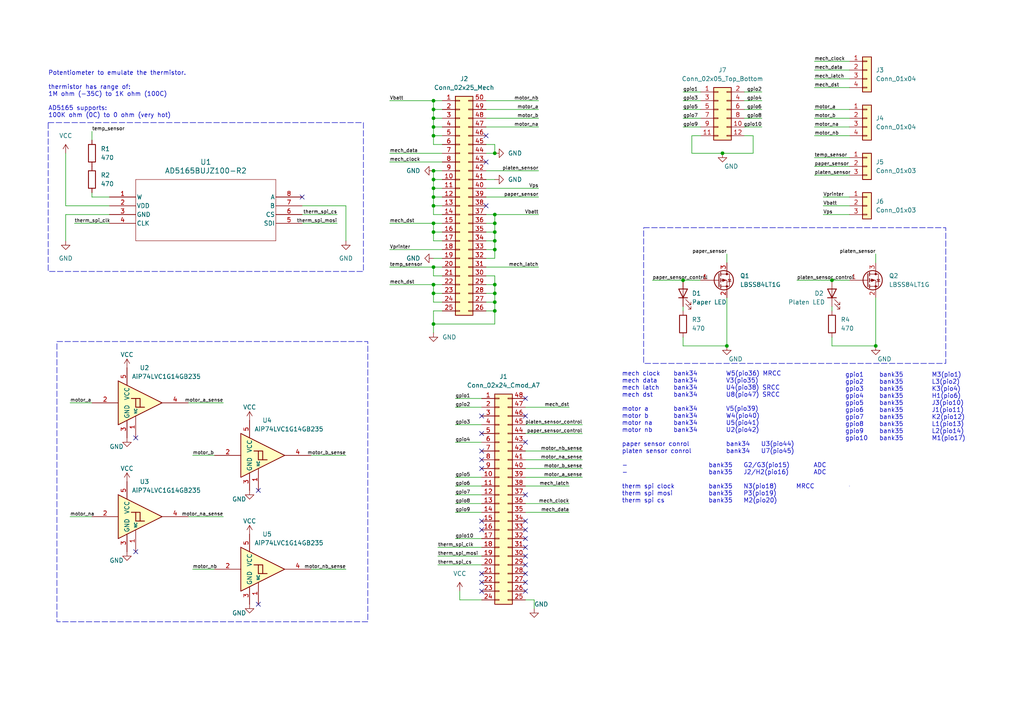
<source format=kicad_sch>
(kicad_sch (version 20230121) (generator eeschema)
  (paper "A4")
  (lib_symbols
    (symbol "74xGxx:74LVC1G17"
      (property "Reference" "U" (at 2.54 7.62 0))
      (property "Value" "74LVC1G17" (at 5.08 -7.62 0))
      (symbol "74LVC1G17_0_1"
        (polyline (pts (xy -2.54 1.27) (xy -1.27 1.27) (xy -1.27 -1.27)) (stroke (width 0.254)) (fill (type background)))
        (polyline (pts (xy -7.62 6.35) (xy -7.62 -6.35) (xy 5.08 0) (xy -7.62 6.35)) (stroke (width 0.254)) (fill (type background)))
        (polyline (pts (xy -3.81 1.27) (xy -2.54 1.27) (xy -2.54 -1.27) (xy 0 -1.27)) (stroke (width 0.254)) (fill (type background)))
      )
      (symbol "74LVC1G17_1_1"
        (pin free line (at -2.54 -10.16 90) (length 6.35) (name "NC") (number "1"))
        (pin input line (at -15.24 0 0) (length 7.62) (name "~") (number "2"))
        (pin power_in line (at -5.08 -10.16 90) (length 5.08) (name "GND") (number "3"))
        (pin output line (at 12.7 0 180) (length 7.62) (name "~") (number "4"))
        (pin power_in line (at -5.08 10.16 270) (length 5.08) (name "VCC") (number "5"))
      )
    )
    (symbol "Connector_Generic:Conn_01x03" (pin_names (offset 1.016) hide)
      (property "Reference" "J" (at 0 5.08 0))
      (property "Value" "Conn_01x03" (at 0 -5.08 0))
      (symbol "Conn_01x03_1_1"
        (rectangle (start -1.27 -2.413) (end 0 -2.667) (stroke (width 0.1524)))
        (rectangle (start -1.27 0.127) (end 0 -0.127) (stroke (width 0.1524)))
        (rectangle (start -1.27 2.667) (end 0 2.413) (stroke (width 0.1524)))
        (rectangle (start -1.27 3.81) (end 1.27 -3.81) (stroke (width 0.254)) (fill (type background)))
        (pin passive line (at -5.08 2.54 0) (length 3.81) (name "Pin_1") (number "1"))
        (pin passive line (at -5.08 0 0) (length 3.81) (name "Pin_2") (number "2"))
        (pin passive line (at -5.08 -2.54 0) (length 3.81) (name "Pin_3") (number "3"))
      )
    )
    (symbol "Connector_Generic:Conn_01x04" (pin_names (offset 1.016) hide)
      (property "Reference" "J" (at 0 5.08 0))
      (property "Value" "Conn_01x04" (at 0 -7.62 0))
      (symbol "Conn_01x04_1_1"
        (rectangle (start -1.27 -4.953) (end 0 -5.207) (stroke (width 0.1524)))
        (rectangle (start -1.27 -2.413) (end 0 -2.667) (stroke (width 0.1524)))
        (rectangle (start -1.27 0.127) (end 0 -0.127) (stroke (width 0.1524)))
        (rectangle (start -1.27 2.667) (end 0 2.413) (stroke (width 0.1524)))
        (rectangle (start -1.27 3.81) (end 1.27 -6.35) (stroke (width 0.254)) (fill (type background)))
        (pin passive line (at -5.08 2.54 0) (length 3.81) (name "Pin_1") (number "1"))
        (pin passive line (at -5.08 0 0) (length 3.81) (name "Pin_2") (number "2"))
        (pin passive line (at -5.08 -2.54 0) (length 3.81) (name "Pin_3") (number "3"))
        (pin passive line (at -5.08 -5.08 0) (length 3.81) (name "Pin_4") (number "4"))
      )
    )
    (symbol "Connector_Generic:Conn_02x06_Odd_Even" (pin_names (offset 1.016) hide)
      (property "Reference" "J" (at 1.27 7.62 0))
      (property "Value" "Conn_02x06_Odd_Even" (at 1.27 -10.16 0))
      (symbol "Conn_02x06_Odd_Even_1_1"
        (rectangle (start -1.27 -7.493) (end 0 -7.747) (stroke (width 0.1524)))
        (rectangle (start -1.27 -4.953) (end 0 -5.207) (stroke (width 0.1524)))
        (rectangle (start -1.27 -2.413) (end 0 -2.667) (stroke (width 0.1524)))
        (rectangle (start -1.27 0.127) (end 0 -0.127) (stroke (width 0.1524)))
        (rectangle (start -1.27 2.667) (end 0 2.413) (stroke (width 0.1524)))
        (rectangle (start -1.27 5.207) (end 0 4.953) (stroke (width 0.1524)))
        (rectangle (start -1.27 6.35) (end 3.81 -8.89) (stroke (width 0.254)) (fill (type background)))
        (rectangle (start 3.81 -7.493) (end 2.54 -7.747) (stroke (width 0.1524)))
        (rectangle (start 3.81 -4.953) (end 2.54 -5.207) (stroke (width 0.1524)))
        (rectangle (start 3.81 -2.413) (end 2.54 -2.667) (stroke (width 0.1524)))
        (rectangle (start 3.81 0.127) (end 2.54 -0.127) (stroke (width 0.1524)))
        (rectangle (start 3.81 2.667) (end 2.54 2.413) (stroke (width 0.1524)))
        (rectangle (start 3.81 5.207) (end 2.54 4.953) (stroke (width 0.1524)))
        (pin passive line (at -5.08 5.08 0) (length 3.81) (name "Pin_1") (number "1"))
        (pin passive line (at 7.62 -5.08 180) (length 3.81) (name "Pin_10") (number "10"))
        (pin passive line (at -5.08 -7.62 0) (length 3.81) (name "Pin_11") (number "11"))
        (pin passive line (at 7.62 -7.62 180) (length 3.81) (name "Pin_12") (number "12"))
        (pin passive line (at 7.62 5.08 180) (length 3.81) (name "Pin_2") (number "2"))
        (pin passive line (at -5.08 2.54 0) (length 3.81) (name "Pin_3") (number "3"))
        (pin passive line (at 7.62 2.54 180) (length 3.81) (name "Pin_4") (number "4"))
        (pin passive line (at -5.08 0 0) (length 3.81) (name "Pin_5") (number "5"))
        (pin passive line (at 7.62 0 180) (length 3.81) (name "Pin_6") (number "6"))
        (pin passive line (at -5.08 -2.54 0) (length 3.81) (name "Pin_7") (number "7"))
        (pin passive line (at 7.62 -2.54 180) (length 3.81) (name "Pin_8") (number "8"))
        (pin passive line (at -5.08 -5.08 0) (length 3.81) (name "Pin_9") (number "9"))
      )
    )
    (symbol "Connector_Generic:Conn_02x24_Counter_Clockwise" (pin_names (offset 1.016) hide)
      (property "Reference" "J" (at 1.27 30.48 0))
      (property "Value" "Conn_02x24_Counter_Clockwise" (at 1.27 -33.02 0))
      (symbol "Conn_02x24_Counter_Clockwise_1_1"
        (rectangle (start -1.27 -30.353) (end 0 -30.607) (stroke (width 0.1524)))
        (rectangle (start -1.27 -27.813) (end 0 -28.067) (stroke (width 0.1524)))
        (rectangle (start -1.27 -25.273) (end 0 -25.527) (stroke (width 0.1524)))
        (rectangle (start -1.27 -22.733) (end 0 -22.987) (stroke (width 0.1524)))
        (rectangle (start -1.27 -20.193) (end 0 -20.447) (stroke (width 0.1524)))
        (rectangle (start -1.27 -17.653) (end 0 -17.907) (stroke (width 0.1524)))
        (rectangle (start -1.27 -15.113) (end 0 -15.367) (stroke (width 0.1524)))
        (rectangle (start -1.27 -12.573) (end 0 -12.827) (stroke (width 0.1524)))
        (rectangle (start -1.27 -10.033) (end 0 -10.287) (stroke (width 0.1524)))
        (rectangle (start -1.27 -7.493) (end 0 -7.747) (stroke (width 0.1524)))
        (rectangle (start -1.27 -4.953) (end 0 -5.207) (stroke (width 0.1524)))
        (rectangle (start -1.27 -2.413) (end 0 -2.667) (stroke (width 0.1524)))
        (rectangle (start -1.27 0.127) (end 0 -0.127) (stroke (width 0.1524)))
        (rectangle (start -1.27 2.667) (end 0 2.413) (stroke (width 0.1524)))
        (rectangle (start -1.27 5.207) (end 0 4.953) (stroke (width 0.1524)))
        (rectangle (start -1.27 7.747) (end 0 7.493) (stroke (width 0.1524)))
        (rectangle (start -1.27 10.287) (end 0 10.033) (stroke (width 0.1524)))
        (rectangle (start -1.27 12.827) (end 0 12.573) (stroke (width 0.1524)))
        (rectangle (start -1.27 15.367) (end 0 15.113) (stroke (width 0.1524)))
        (rectangle (start -1.27 17.907) (end 0 17.653) (stroke (width 0.1524)))
        (rectangle (start -1.27 20.447) (end 0 20.193) (stroke (width 0.1524)))
        (rectangle (start -1.27 22.987) (end 0 22.733) (stroke (width 0.1524)))
        (rectangle (start -1.27 25.527) (end 0 25.273) (stroke (width 0.1524)))
        (rectangle (start -1.27 28.067) (end 0 27.813) (stroke (width 0.1524)))
        (rectangle (start -1.27 29.21) (end 3.81 -31.75) (stroke (width 0.254)) (fill (type background)))
        (rectangle (start 3.81 -30.353) (end 2.54 -30.607) (stroke (width 0.1524)))
        (rectangle (start 3.81 -27.813) (end 2.54 -28.067) (stroke (width 0.1524)))
        (rectangle (start 3.81 -25.273) (end 2.54 -25.527) (stroke (width 0.1524)))
        (rectangle (start 3.81 -22.733) (end 2.54 -22.987) (stroke (width 0.1524)))
        (rectangle (start 3.81 -20.193) (end 2.54 -20.447) (stroke (width 0.1524)))
        (rectangle (start 3.81 -17.653) (end 2.54 -17.907) (stroke (width 0.1524)))
        (rectangle (start 3.81 -15.113) (end 2.54 -15.367) (stroke (width 0.1524)))
        (rectangle (start 3.81 -12.573) (end 2.54 -12.827) (stroke (width 0.1524)))
        (rectangle (start 3.81 -10.033) (end 2.54 -10.287) (stroke (width 0.1524)))
        (rectangle (start 3.81 -7.493) (end 2.54 -7.747) (stroke (width 0.1524)))
        (rectangle (start 3.81 -4.953) (end 2.54 -5.207) (stroke (width 0.1524)))
        (rectangle (start 3.81 -2.413) (end 2.54 -2.667) (stroke (width 0.1524)))
        (rectangle (start 3.81 0.127) (end 2.54 -0.127) (stroke (width 0.1524)))
        (rectangle (start 3.81 2.667) (end 2.54 2.413) (stroke (width 0.1524)))
        (rectangle (start 3.81 5.207) (end 2.54 4.953) (stroke (width 0.1524)))
        (rectangle (start 3.81 7.747) (end 2.54 7.493) (stroke (width 0.1524)))
        (rectangle (start 3.81 10.287) (end 2.54 10.033) (stroke (width 0.1524)))
        (rectangle (start 3.81 12.827) (end 2.54 12.573) (stroke (width 0.1524)))
        (rectangle (start 3.81 15.367) (end 2.54 15.113) (stroke (width 0.1524)))
        (rectangle (start 3.81 17.907) (end 2.54 17.653) (stroke (width 0.1524)))
        (rectangle (start 3.81 20.447) (end 2.54 20.193) (stroke (width 0.1524)))
        (rectangle (start 3.81 22.987) (end 2.54 22.733) (stroke (width 0.1524)))
        (rectangle (start 3.81 25.527) (end 2.54 25.273) (stroke (width 0.1524)))
        (rectangle (start 3.81 28.067) (end 2.54 27.813) (stroke (width 0.1524)))
        (pin passive line (at -5.08 27.94 0) (length 3.81) (name "Pin_1") (number "1"))
        (pin passive line (at -5.08 5.08 0) (length 3.81) (name "Pin_10") (number "10"))
        (pin passive line (at -5.08 2.54 0) (length 3.81) (name "Pin_11") (number "11"))
        (pin passive line (at -5.08 0 0) (length 3.81) (name "Pin_12") (number "12"))
        (pin passive line (at -5.08 -2.54 0) (length 3.81) (name "Pin_13") (number "13"))
        (pin passive line (at -5.08 -5.08 0) (length 3.81) (name "Pin_14") (number "14"))
        (pin passive line (at -5.08 -7.62 0) (length 3.81) (name "Pin_15") (number "15"))
        (pin passive line (at -5.08 -10.16 0) (length 3.81) (name "Pin_16") (number "16"))
        (pin passive line (at -5.08 -12.7 0) (length 3.81) (name "Pin_17") (number "17"))
        (pin passive line (at -5.08 -15.24 0) (length 3.81) (name "Pin_18") (number "18"))
        (pin passive line (at -5.08 -17.78 0) (length 3.81) (name "Pin_19") (number "19"))
        (pin passive line (at -5.08 25.4 0) (length 3.81) (name "Pin_2") (number "2"))
        (pin passive line (at -5.08 -20.32 0) (length 3.81) (name "Pin_20") (number "20"))
        (pin passive line (at -5.08 -22.86 0) (length 3.81) (name "Pin_21") (number "21"))
        (pin passive line (at -5.08 -25.4 0) (length 3.81) (name "Pin_22") (number "22"))
        (pin passive line (at -5.08 -27.94 0) (length 3.81) (name "Pin_23") (number "23"))
        (pin passive line (at -5.08 -30.48 0) (length 3.81) (name "Pin_24") (number "24"))
        (pin passive line (at 7.62 -30.48 180) (length 3.81) (name "Pin_25") (number "25"))
        (pin passive line (at 7.62 -27.94 180) (length 3.81) (name "Pin_26") (number "26"))
        (pin passive line (at 7.62 -25.4 180) (length 3.81) (name "Pin_27") (number "27"))
        (pin passive line (at 7.62 -22.86 180) (length 3.81) (name "Pin_28") (number "28"))
        (pin passive line (at 7.62 -20.32 180) (length 3.81) (name "Pin_29") (number "29"))
        (pin passive line (at -5.08 22.86 0) (length 3.81) (name "Pin_3") (number "3"))
        (pin passive line (at 7.62 -17.78 180) (length 3.81) (name "Pin_30") (number "30"))
        (pin passive line (at 7.62 -15.24 180) (length 3.81) (name "Pin_31") (number "31"))
        (pin passive line (at 7.62 -12.7 180) (length 3.81) (name "Pin_32") (number "32"))
        (pin passive line (at 7.62 -10.16 180) (length 3.81) (name "Pin_33") (number "33"))
        (pin passive line (at 7.62 -7.62 180) (length 3.81) (name "Pin_34") (number "34"))
        (pin passive line (at 7.62 -5.08 180) (length 3.81) (name "Pin_35") (number "35"))
        (pin passive line (at 7.62 -2.54 180) (length 3.81) (name "Pin_36") (number "36"))
        (pin passive line (at 7.62 0 180) (length 3.81) (name "Pin_37") (number "37"))
        (pin passive line (at 7.62 2.54 180) (length 3.81) (name "Pin_38") (number "38"))
        (pin passive line (at 7.62 5.08 180) (length 3.81) (name "Pin_39") (number "39"))
        (pin passive line (at -5.08 20.32 0) (length 3.81) (name "Pin_4") (number "4"))
        (pin passive line (at 7.62 7.62 180) (length 3.81) (name "Pin_40") (number "40"))
        (pin passive line (at 7.62 10.16 180) (length 3.81) (name "Pin_41") (number "41"))
        (pin passive line (at 7.62 12.7 180) (length 3.81) (name "Pin_42") (number "42"))
        (pin passive line (at 7.62 15.24 180) (length 3.81) (name "Pin_43") (number "43"))
        (pin passive line (at 7.62 17.78 180) (length 3.81) (name "Pin_44") (number "44"))
        (pin passive line (at 7.62 20.32 180) (length 3.81) (name "Pin_45") (number "45"))
        (pin passive line (at 7.62 22.86 180) (length 3.81) (name "Pin_46") (number "46"))
        (pin passive line (at 7.62 25.4 180) (length 3.81) (name "Pin_47") (number "47"))
        (pin passive line (at 7.62 27.94 180) (length 3.81) (name "Pin_48") (number "48"))
        (pin passive line (at -5.08 17.78 0) (length 3.81) (name "Pin_5") (number "5"))
        (pin passive line (at -5.08 15.24 0) (length 3.81) (name "Pin_6") (number "6"))
        (pin passive line (at -5.08 12.7 0) (length 3.81) (name "Pin_7") (number "7"))
        (pin passive line (at -5.08 10.16 0) (length 3.81) (name "Pin_8") (number "8"))
        (pin passive line (at -5.08 7.62 0) (length 3.81) (name "Pin_9") (number "9"))
      )
    )
    (symbol "Connector_Generic:Conn_02x25_Counter_Clockwise" (pin_names (offset 1.016) hide)
      (property "Reference" "J" (at 1.27 33.02 0))
      (property "Value" "Conn_02x25_Counter_Clockwise" (at 1.27 -33.02 0))
      (symbol "Conn_02x25_Counter_Clockwise_1_1"
        (rectangle (start -1.27 -30.353) (end 0 -30.607) (stroke (width 0.1524)))
        (rectangle (start -1.27 -27.813) (end 0 -28.067) (stroke (width 0.1524)))
        (rectangle (start -1.27 -25.273) (end 0 -25.527) (stroke (width 0.1524)))
        (rectangle (start -1.27 -22.733) (end 0 -22.987) (stroke (width 0.1524)))
        (rectangle (start -1.27 -20.193) (end 0 -20.447) (stroke (width 0.1524)))
        (rectangle (start -1.27 -17.653) (end 0 -17.907) (stroke (width 0.1524)))
        (rectangle (start -1.27 -15.113) (end 0 -15.367) (stroke (width 0.1524)))
        (rectangle (start -1.27 -12.573) (end 0 -12.827) (stroke (width 0.1524)))
        (rectangle (start -1.27 -10.033) (end 0 -10.287) (stroke (width 0.1524)))
        (rectangle (start -1.27 -7.493) (end 0 -7.747) (stroke (width 0.1524)))
        (rectangle (start -1.27 -4.953) (end 0 -5.207) (stroke (width 0.1524)))
        (rectangle (start -1.27 -2.413) (end 0 -2.667) (stroke (width 0.1524)))
        (rectangle (start -1.27 0.127) (end 0 -0.127) (stroke (width 0.1524)))
        (rectangle (start -1.27 2.667) (end 0 2.413) (stroke (width 0.1524)))
        (rectangle (start -1.27 5.207) (end 0 4.953) (stroke (width 0.1524)))
        (rectangle (start -1.27 7.747) (end 0 7.493) (stroke (width 0.1524)))
        (rectangle (start -1.27 10.287) (end 0 10.033) (stroke (width 0.1524)))
        (rectangle (start -1.27 12.827) (end 0 12.573) (stroke (width 0.1524)))
        (rectangle (start -1.27 15.367) (end 0 15.113) (stroke (width 0.1524)))
        (rectangle (start -1.27 17.907) (end 0 17.653) (stroke (width 0.1524)))
        (rectangle (start -1.27 20.447) (end 0 20.193) (stroke (width 0.1524)))
        (rectangle (start -1.27 22.987) (end 0 22.733) (stroke (width 0.1524)))
        (rectangle (start -1.27 25.527) (end 0 25.273) (stroke (width 0.1524)))
        (rectangle (start -1.27 28.067) (end 0 27.813) (stroke (width 0.1524)))
        (rectangle (start -1.27 30.607) (end 0 30.353) (stroke (width 0.1524)))
        (rectangle (start -1.27 31.75) (end 3.81 -31.75) (stroke (width 0.254)) (fill (type background)))
        (rectangle (start 3.81 -30.353) (end 2.54 -30.607) (stroke (width 0.1524)))
        (rectangle (start 3.81 -27.813) (end 2.54 -28.067) (stroke (width 0.1524)))
        (rectangle (start 3.81 -25.273) (end 2.54 -25.527) (stroke (width 0.1524)))
        (rectangle (start 3.81 -22.733) (end 2.54 -22.987) (stroke (width 0.1524)))
        (rectangle (start 3.81 -20.193) (end 2.54 -20.447) (stroke (width 0.1524)))
        (rectangle (start 3.81 -17.653) (end 2.54 -17.907) (stroke (width 0.1524)))
        (rectangle (start 3.81 -15.113) (end 2.54 -15.367) (stroke (width 0.1524)))
        (rectangle (start 3.81 -12.573) (end 2.54 -12.827) (stroke (width 0.1524)))
        (rectangle (start 3.81 -10.033) (end 2.54 -10.287) (stroke (width 0.1524)))
        (rectangle (start 3.81 -7.493) (end 2.54 -7.747) (stroke (width 0.1524)))
        (rectangle (start 3.81 -4.953) (end 2.54 -5.207) (stroke (width 0.1524)))
        (rectangle (start 3.81 -2.413) (end 2.54 -2.667) (stroke (width 0.1524)))
        (rectangle (start 3.81 0.127) (end 2.54 -0.127) (stroke (width 0.1524)))
        (rectangle (start 3.81 2.667) (end 2.54 2.413) (stroke (width 0.1524)))
        (rectangle (start 3.81 5.207) (end 2.54 4.953) (stroke (width 0.1524)))
        (rectangle (start 3.81 7.747) (end 2.54 7.493) (stroke (width 0.1524)))
        (rectangle (start 3.81 10.287) (end 2.54 10.033) (stroke (width 0.1524)))
        (rectangle (start 3.81 12.827) (end 2.54 12.573) (stroke (width 0.1524)))
        (rectangle (start 3.81 15.367) (end 2.54 15.113) (stroke (width 0.1524)))
        (rectangle (start 3.81 17.907) (end 2.54 17.653) (stroke (width 0.1524)))
        (rectangle (start 3.81 20.447) (end 2.54 20.193) (stroke (width 0.1524)))
        (rectangle (start 3.81 22.987) (end 2.54 22.733) (stroke (width 0.1524)))
        (rectangle (start 3.81 25.527) (end 2.54 25.273) (stroke (width 0.1524)))
        (rectangle (start 3.81 28.067) (end 2.54 27.813) (stroke (width 0.1524)))
        (rectangle (start 3.81 30.607) (end 2.54 30.353) (stroke (width 0.1524)))
        (pin passive line (at -5.08 30.48 0) (length 3.81) (name "Pin_1") (number "1"))
        (pin passive line (at -5.08 7.62 0) (length 3.81) (name "Pin_10") (number "10"))
        (pin passive line (at -5.08 5.08 0) (length 3.81) (name "Pin_11") (number "11"))
        (pin passive line (at -5.08 2.54 0) (length 3.81) (name "Pin_12") (number "12"))
        (pin passive line (at -5.08 0 0) (length 3.81) (name "Pin_13") (number "13"))
        (pin passive line (at -5.08 -2.54 0) (length 3.81) (name "Pin_14") (number "14"))
        (pin passive line (at -5.08 -5.08 0) (length 3.81) (name "Pin_15") (number "15"))
        (pin passive line (at -5.08 -7.62 0) (length 3.81) (name "Pin_16") (number "16"))
        (pin passive line (at -5.08 -10.16 0) (length 3.81) (name "Pin_17") (number "17"))
        (pin passive line (at -5.08 -12.7 0) (length 3.81) (name "Pin_18") (number "18"))
        (pin passive line (at -5.08 -15.24 0) (length 3.81) (name "Pin_19") (number "19"))
        (pin passive line (at -5.08 27.94 0) (length 3.81) (name "Pin_2") (number "2"))
        (pin passive line (at -5.08 -17.78 0) (length 3.81) (name "Pin_20") (number "20"))
        (pin passive line (at -5.08 -20.32 0) (length 3.81) (name "Pin_21") (number "21"))
        (pin passive line (at -5.08 -22.86 0) (length 3.81) (name "Pin_22") (number "22"))
        (pin passive line (at -5.08 -25.4 0) (length 3.81) (name "Pin_23") (number "23"))
        (pin passive line (at -5.08 -27.94 0) (length 3.81) (name "Pin_24") (number "24"))
        (pin passive line (at -5.08 -30.48 0) (length 3.81) (name "Pin_25") (number "25"))
        (pin passive line (at 7.62 -30.48 180) (length 3.81) (name "Pin_26") (number "26"))
        (pin passive line (at 7.62 -27.94 180) (length 3.81) (name "Pin_27") (number "27"))
        (pin passive line (at 7.62 -25.4 180) (length 3.81) (name "Pin_28") (number "28"))
        (pin passive line (at 7.62 -22.86 180) (length 3.81) (name "Pin_29") (number "29"))
        (pin passive line (at -5.08 25.4 0) (length 3.81) (name "Pin_3") (number "3"))
        (pin passive line (at 7.62 -20.32 180) (length 3.81) (name "Pin_30") (number "30"))
        (pin passive line (at 7.62 -17.78 180) (length 3.81) (name "Pin_31") (number "31"))
        (pin passive line (at 7.62 -15.24 180) (length 3.81) (name "Pin_32") (number "32"))
        (pin passive line (at 7.62 -12.7 180) (length 3.81) (name "Pin_33") (number "33"))
        (pin passive line (at 7.62 -10.16 180) (length 3.81) (name "Pin_34") (number "34"))
        (pin passive line (at 7.62 -7.62 180) (length 3.81) (name "Pin_35") (number "35"))
        (pin passive line (at 7.62 -5.08 180) (length 3.81) (name "Pin_36") (number "36"))
        (pin passive line (at 7.62 -2.54 180) (length 3.81) (name "Pin_37") (number "37"))
        (pin passive line (at 7.62 0 180) (length 3.81) (name "Pin_38") (number "38"))
        (pin passive line (at 7.62 2.54 180) (length 3.81) (name "Pin_39") (number "39"))
        (pin passive line (at -5.08 22.86 0) (length 3.81) (name "Pin_4") (number "4"))
        (pin passive line (at 7.62 5.08 180) (length 3.81) (name "Pin_40") (number "40"))
        (pin passive line (at 7.62 7.62 180) (length 3.81) (name "Pin_41") (number "41"))
        (pin passive line (at 7.62 10.16 180) (length 3.81) (name "Pin_42") (number "42"))
        (pin passive line (at 7.62 12.7 180) (length 3.81) (name "Pin_43") (number "43"))
        (pin passive line (at 7.62 15.24 180) (length 3.81) (name "Pin_44") (number "44"))
        (pin passive line (at 7.62 17.78 180) (length 3.81) (name "Pin_45") (number "45"))
        (pin passive line (at 7.62 20.32 180) (length 3.81) (name "Pin_46") (number "46"))
        (pin passive line (at 7.62 22.86 180) (length 3.81) (name "Pin_47") (number "47"))
        (pin passive line (at 7.62 25.4 180) (length 3.81) (name "Pin_48") (number "48"))
        (pin passive line (at 7.62 27.94 180) (length 3.81) (name "Pin_49") (number "49"))
        (pin passive line (at -5.08 20.32 0) (length 3.81) (name "Pin_5") (number "5"))
        (pin passive line (at 7.62 30.48 180) (length 3.81) (name "Pin_50") (number "50"))
        (pin passive line (at -5.08 17.78 0) (length 3.81) (name "Pin_6") (number "6"))
        (pin passive line (at -5.08 15.24 0) (length 3.81) (name "Pin_7") (number "7"))
        (pin passive line (at -5.08 12.7 0) (length 3.81) (name "Pin_8") (number "8"))
        (pin passive line (at -5.08 10.16 0) (length 3.81) (name "Pin_9") (number "9"))
      )
    )
    (symbol "Device:LED" (pin_numbers hide) (pin_names (offset 1.016) hide)
      (property "Reference" "D" (at 0 2.54 0))
      (property "Value" "LED" (at 0 -2.54 0))
      (symbol "LED_0_1"
        (polyline (pts (xy -1.27 -1.27) (xy -1.27 1.27)) (stroke (width 0.254)))
        (polyline (pts (xy -1.27 0) (xy 1.27 0)))
        (polyline (pts (xy 1.27 -1.27) (xy 1.27 1.27) (xy -1.27 0) (xy 1.27 -1.27)) (stroke (width 0.254)))
        (polyline (pts (xy -3.048 -0.762) (xy -4.572 -2.286) (xy -3.81 -2.286) (xy -4.572 -2.286) (xy -4.572 -1.524)))
        (polyline (pts (xy -1.778 -0.762) (xy -3.302 -2.286) (xy -2.54 -2.286) (xy -3.302 -2.286) (xy -3.302 -1.524)))
      )
      (symbol "LED_1_1"
        (pin passive line (at -3.81 0 0) (length 2.54) (name "K") (number "1"))
        (pin passive line (at 3.81 0 180) (length 2.54) (name "A") (number "2"))
      )
    )
    (symbol "Device:Q_PMOS_GSD" (pin_names (offset 0) hide)
      (property "Reference" "Q" (at 5.08 1.27 0))
      (property "Value" "Q_PMOS_GSD" (at 5.08 -1.27 0))
      (symbol "Q_PMOS_GSD_0_1"
        (polyline (pts (xy 0.254 0) (xy -2.54 0)))
        (polyline (pts (xy 0.254 1.905) (xy 0.254 -1.905)) (stroke (width 0.254)))
        (polyline (pts (xy 0.762 -1.27) (xy 0.762 -2.286)) (stroke (width 0.254)))
        (polyline (pts (xy 0.762 0.508) (xy 0.762 -0.508)) (stroke (width 0.254)))
        (polyline (pts (xy 0.762 2.286) (xy 0.762 1.27)) (stroke (width 0.254)))
        (polyline (pts (xy 2.54 2.54) (xy 2.54 1.778)))
        (polyline (pts (xy 2.54 -2.54) (xy 2.54 0) (xy 0.762 0)))
        (polyline (pts (xy 0.762 1.778) (xy 3.302 1.778) (xy 3.302 -1.778) (xy 0.762 -1.778)))
        (polyline (pts (xy 2.286 0) (xy 1.27 0.381) (xy 1.27 -0.381) (xy 2.286 0)) (fill (type outline)))
        (polyline (pts (xy 2.794 -0.508) (xy 2.921 -0.381) (xy 3.683 -0.381) (xy 3.81 -0.254)))
        (polyline (pts (xy 3.302 -0.381) (xy 2.921 0.254) (xy 3.683 0.254) (xy 3.302 -0.381)))
        (circle (center 1.651 0) (radius 2.794) (stroke (width 0.254)))
        (circle (center 2.54 -1.778) (radius 0.254) (fill (type outline)))
        (circle (center 2.54 1.778) (radius 0.254) (fill (type outline)))
      )
      (symbol "Q_PMOS_GSD_1_1"
        (pin input line (at -5.08 0 0) (length 2.54) (name "G") (number "1"))
        (pin passive line (at 2.54 -5.08 90) (length 2.54) (name "S") (number "2"))
        (pin passive line (at 2.54 5.08 270) (length 2.54) (name "D") (number "3"))
      )
    )
    (symbol "Device:R" (pin_numbers hide) (pin_names (offset 0))
      (property "Reference" "R" (at 2.032 0 90))
      (property "Value" "R" (at 0 0 90))
      (symbol "R_0_1"
        (rectangle (start -1.016 -2.54) (end 1.016 2.54) (stroke (width 0.254)))
      )
      (symbol "R_1_1"
        (pin passive line (at 0 3.81 270) (length 1.27) (name "~") (number "1"))
        (pin passive line (at 0 -3.81 90) (length 1.27) (name "~") (number "2"))
      )
    )
    (symbol "power:GND" (power) (pin_names (offset 0))
      (property "Value" "GND" (at 0 -3.81 0))
      (symbol "GND_0_1"
        (polyline (pts (xy 0 0) (xy 0 -1.27) (xy 1.27 -1.27) (xy 0 -2.54) (xy -1.27 -1.27) (xy 0 -1.27)))
      )
      (symbol "GND_1_1"
        (pin power_in line (at 0 0 270) (length 0) hide (name "GND") (number "1"))
      )
    )
    (symbol "power:VCC" (power) (pin_names (offset 0))
      (property "Value" "VCC" (at 0 3.81 0))
      (symbol "VCC_0_1"
        (polyline (pts (xy -0.762 1.27) (xy 0 2.54)))
        (polyline (pts (xy 0 0) (xy 0 2.54)))
        (polyline (pts (xy 0 2.54) (xy 0.762 1.27)))
      )
      (symbol "VCC_1_1"
        (pin power_in line (at 0 0 90) (length 0) hide (name "VCC") (number "1"))
      )
    )
    (symbol "project_lib:AD5165BUJZ100-R2" (pin_names (offset 0.254))
      (property "Reference" "U" (at 27.94 10.16 0))
      (property "Value" "AD5165BUJZ100-R2" (at 27.94 7.62 0))
      (symbol "AD5165BUJZ100-R2_0_1"
        (polyline (pts (xy 7.62 -12.7) (xy 48.26 -12.7)) (stroke (width 0.127)))
        (polyline (pts (xy 7.62 5.08) (xy 7.62 -12.7)) (stroke (width 0.127)))
        (polyline (pts (xy 48.26 -12.7) (xy 48.26 5.08)) (stroke (width 0.127)))
        (polyline (pts (xy 48.26 5.08) (xy 7.62 5.08)) (stroke (width 0.127)))
        (pin unspecified line (at 0 0 0) (length 7.62) (name "W") (number "1"))
        (pin power_in line (at 0 -2.54 0) (length 7.62) (name "VDD") (number "2"))
        (pin power_in line (at 0 -5.08 0) (length 7.62) (name "GND") (number "3"))
        (pin input line (at 0 -7.62 0) (length 7.62) (name "CLK") (number "4"))
        (pin input line (at 55.88 -7.62 180) (length 7.62) (name "SDI") (number "5"))
        (pin input line (at 55.88 -5.08 180) (length 7.62) (name "CS") (number "6"))
        (pin unspecified line (at 55.88 -2.54 180) (length 7.62) (name "B") (number "7"))
        (pin unspecified line (at 55.88 0 180) (length 7.62) (name "A") (number "8"))
      )
    )
  )
  (junction (at 125.73 64.77))
  (junction (at 125.73 49.53))
  (junction (at 125.73 93.98))
  (junction (at 125.73 34.29))
  (junction (at 143.51 62.23))
  (junction (at 143.51 69.85))
  (junction (at 125.73 57.15))
  (junction (at 125.73 85.09))
  (junction (at 241.3 81.28))
  (junction (at 198.12 81.28))
  (junction (at 210.82 100.33))
  (junction (at 125.73 59.69))
  (junction (at 125.73 31.75))
  (junction (at 125.73 82.55))
  (junction (at 143.51 72.39))
  (junction (at 125.73 29.21))
  (junction (at 209.55 44.45))
  (junction (at 143.51 90.17))
  (junction (at 125.73 77.47))
  (junction (at 143.51 44.45))
  (junction (at 143.51 67.31))
  (junction (at 143.51 82.55))
  (junction (at 143.51 87.63))
  (junction (at 125.73 52.07))
  (junction (at 254 100.33))
  (junction (at 125.73 36.83))
  (junction (at 143.51 85.09))
  (junction (at 125.73 39.37))
  (junction (at 125.73 67.31))
  (junction (at 143.51 64.77))
  (junction (at 125.73 54.61))
  (no_connect (at 74.93 175.26))
  (no_connect (at 152.4 166.37))
  (no_connect (at 152.4 171.45))
  (no_connect (at 139.7 125.73))
  (no_connect (at 139.7 133.35))
  (no_connect (at 152.4 156.21))
  (no_connect (at 139.7 151.13))
  (no_connect (at 39.37 127))
  (no_connect (at 74.93 142.24))
  (no_connect (at 152.4 143.51))
  (no_connect (at 152.4 115.57))
  (no_connect (at 140.97 46.99))
  (no_connect (at 152.4 163.83))
  (no_connect (at 139.7 168.91))
  (no_connect (at 139.7 130.81))
  (no_connect (at 139.7 171.45))
  (no_connect (at 87.63 57.15))
  (no_connect (at 152.4 128.27))
  (no_connect (at 140.97 59.69))
  (no_connect (at 152.4 153.67))
  (no_connect (at 152.4 168.91))
  (no_connect (at 139.7 135.89))
  (no_connect (at 152.4 158.75))
  (no_connect (at 152.4 161.29))
  (no_connect (at 139.7 120.65))
  (no_connect (at 139.7 166.37))
  (no_connect (at 140.97 39.37))
  (no_connect (at 39.37 160.02))
  (no_connect (at 152.4 120.65))
  (no_connect (at 152.4 151.13))
  (no_connect (at 139.7 153.67))
  (wire (pts (xy 140.97 82.55) (xy 143.51 82.55)))
  (wire (pts (xy 132.08 115.57) (xy 139.7 115.57)))
  (wire (pts (xy 125.73 85.09) (xy 128.27 85.09)))
  (wire (pts (xy 238.76 59.69) (xy 246.38 59.69)))
  (wire (pts (xy 19.05 59.69) (xy 31.75 59.69)))
  (wire (pts (xy 132.08 140.97) (xy 139.7 140.97)))
  (wire (pts (xy 113.03 82.55) (xy 125.73 82.55)))
  (wire (pts (xy 200.66 39.37) (xy 200.66 44.45)))
  (wire (pts (xy 125.73 39.37) (xy 128.27 39.37)))
  (wire (pts (xy 125.73 54.61) (xy 128.27 54.61)))
  (wire (pts (xy 140.97 31.75) (xy 156.21 31.75)))
  (wire (pts (xy 125.73 29.21) (xy 125.73 31.75)))
  (wire (pts (xy 152.4 130.81) (xy 168.91 130.81)))
  (wire (pts (xy 200.66 39.37) (xy 203.2 39.37)))
  (wire (pts (xy 152.4 135.89) (xy 168.91 135.89)))
  (wire (pts (xy 236.22 36.83) (xy 246.38 36.83)))
  (wire (pts (xy 128.27 90.17) (xy 125.73 90.17)))
  (wire (pts (xy 236.22 20.32) (xy 246.38 20.32)))
  (wire (pts (xy 113.03 46.99) (xy 128.27 46.99)))
  (wire (pts (xy 127 163.83) (xy 139.7 163.83)))
  (wire (pts (xy 128.27 80.01) (xy 125.73 80.01)))
  (wire (pts (xy 125.73 64.77) (xy 125.73 67.31)))
  (wire (pts (xy 140.97 52.07) (xy 143.51 52.07)))
  (wire (pts (xy 125.73 85.09) (xy 125.73 87.63)))
  (wire (pts (xy 154.94 173.99) (xy 154.94 176.53)))
  (wire (pts (xy 140.97 87.63) (xy 143.51 87.63)))
  (wire (pts (xy 125.73 87.63) (xy 128.27 87.63)))
  (wire (pts (xy 125.73 67.31) (xy 125.73 69.85)))
  (wire (pts (xy 215.9 26.67) (xy 220.98 26.67)))
  (wire (pts (xy 143.51 62.23) (xy 156.21 62.23)))
  (wire (pts (xy 132.08 118.11) (xy 139.7 118.11)))
  (wire (pts (xy 215.9 34.29) (xy 220.98 34.29)))
  (wire (pts (xy 140.97 67.31) (xy 143.51 67.31)))
  (wire (pts (xy 152.4 148.59) (xy 165.1 148.59)))
  (wire (pts (xy 236.22 22.86) (xy 246.38 22.86)))
  (wire (pts (xy 125.73 82.55) (xy 125.73 85.09)))
  (wire (pts (xy 140.97 34.29) (xy 156.21 34.29)))
  (wire (pts (xy 20.32 149.86) (xy 26.67 149.86)))
  (wire (pts (xy 113.03 72.39) (xy 128.27 72.39)))
  (wire (pts (xy 198.12 34.29) (xy 203.2 34.29)))
  (wire (pts (xy 143.51 85.09) (xy 143.51 82.55)))
  (wire (pts (xy 218.44 44.45) (xy 209.55 44.45)))
  (wire (pts (xy 140.97 69.85) (xy 143.51 69.85)))
  (wire (pts (xy 31.75 57.15) (xy 26.67 57.15)))
  (wire (pts (xy 152.4 123.19) (xy 168.91 123.19)))
  (wire (pts (xy 241.3 100.33) (xy 254 100.33)))
  (wire (pts (xy 152.4 146.05) (xy 165.1 146.05)))
  (wire (pts (xy 198.12 100.33) (xy 210.82 100.33)))
  (wire (pts (xy 125.73 74.93) (xy 128.27 74.93)))
  (wire (pts (xy 62.23 132.08) (xy 55.88 132.08)))
  (wire (pts (xy 143.51 41.91) (xy 140.97 41.91)))
  (wire (pts (xy 152.4 138.43) (xy 168.91 138.43)))
  (wire (pts (xy 152.4 125.73) (xy 168.91 125.73)))
  (wire (pts (xy 143.51 90.17) (xy 143.51 87.63)))
  (wire (pts (xy 21.59 64.77) (xy 31.75 64.77)))
  (wire (pts (xy 143.51 69.85) (xy 143.51 67.31)))
  (wire (pts (xy 127 158.75) (xy 139.7 158.75)))
  (wire (pts (xy 132.08 123.19) (xy 139.7 123.19)))
  (wire (pts (xy 143.51 44.45) (xy 143.51 41.91)))
  (wire (pts (xy 54.61 116.84) (xy 64.77 116.84)))
  (wire (pts (xy 215.9 31.75) (xy 220.98 31.75)))
  (wire (pts (xy 198.12 36.83) (xy 203.2 36.83)))
  (wire (pts (xy 140.97 62.23) (xy 143.51 62.23)))
  (wire (pts (xy 241.3 97.79) (xy 241.3 100.33)))
  (wire (pts (xy 241.3 81.28) (xy 246.38 81.28)))
  (wire (pts (xy 210.82 73.66) (xy 210.82 76.2)))
  (wire (pts (xy 113.03 64.77) (xy 125.73 64.77)))
  (wire (pts (xy 143.51 64.77) (xy 143.51 62.23)))
  (wire (pts (xy 132.08 146.05) (xy 139.7 146.05)))
  (wire (pts (xy 198.12 31.75) (xy 203.2 31.75)))
  (wire (pts (xy 143.51 74.93) (xy 143.51 72.39)))
  (wire (pts (xy 200.66 44.45) (xy 209.55 44.45)))
  (wire (pts (xy 26.67 57.15) (xy 26.67 55.88)))
  (wire (pts (xy 125.73 69.85) (xy 128.27 69.85)))
  (wire (pts (xy 143.51 67.31) (xy 143.51 64.77)))
  (wire (pts (xy 140.97 77.47) (xy 156.21 77.47)))
  (wire (pts (xy 236.22 25.4) (xy 246.38 25.4)))
  (wire (pts (xy 125.73 57.15) (xy 128.27 57.15)))
  (wire (pts (xy 140.97 74.93) (xy 143.51 74.93)))
  (wire (pts (xy 132.08 128.27) (xy 139.7 128.27)))
  (wire (pts (xy 143.51 90.17) (xy 143.51 93.98)))
  (wire (pts (xy 125.73 52.07) (xy 128.27 52.07)))
  (wire (pts (xy 26.67 116.84) (xy 20.32 116.84)))
  (wire (pts (xy 133.35 173.99) (xy 139.7 173.99)))
  (wire (pts (xy 152.4 118.11) (xy 165.1 118.11)))
  (wire (pts (xy 140.97 57.15) (xy 156.21 57.15)))
  (wire (pts (xy 55.88 165.1) (xy 62.23 165.1)))
  (wire (pts (xy 198.12 88.9) (xy 198.12 90.17)))
  (wire (pts (xy 127 161.29) (xy 139.7 161.29)))
  (wire (pts (xy 90.17 165.1) (xy 100.33 165.1)))
  (wire (pts (xy 132.08 148.59) (xy 139.7 148.59)))
  (wire (pts (xy 218.44 39.37) (xy 218.44 44.45)))
  (wire (pts (xy 140.97 54.61) (xy 156.21 54.61)))
  (wire (pts (xy 189.23 81.28) (xy 198.12 81.28)))
  (wire (pts (xy 125.73 31.75) (xy 125.73 34.29)))
  (wire (pts (xy 26.67 38.1) (xy 26.67 40.64)))
  (wire (pts (xy 100.33 59.69) (xy 100.33 69.85)))
  (wire (pts (xy 133.35 173.99) (xy 133.35 171.45)))
  (wire (pts (xy 125.73 36.83) (xy 125.73 39.37)))
  (wire (pts (xy 90.17 132.08) (xy 100.33 132.08)))
  (wire (pts (xy 132.08 143.51) (xy 139.7 143.51)))
  (wire (pts (xy 125.73 93.98) (xy 125.73 96.52)))
  (wire (pts (xy 140.97 90.17) (xy 143.51 90.17)))
  (wire (pts (xy 143.51 80.01) (xy 140.97 80.01)))
  (wire (pts (xy 125.73 80.01) (xy 125.73 77.47)))
  (wire (pts (xy 238.76 62.23) (xy 246.38 62.23)))
  (wire (pts (xy 128.27 82.55) (xy 125.73 82.55)))
  (wire (pts (xy 125.73 41.91) (xy 128.27 41.91)))
  (wire (pts (xy 128.27 31.75) (xy 125.73 31.75)))
  (wire (pts (xy 19.05 59.69) (xy 19.05 44.45)))
  (wire (pts (xy 236.22 45.72) (xy 246.38 45.72)))
  (wire (pts (xy 19.05 62.23) (xy 19.05 69.85)))
  (wire (pts (xy 125.73 59.69) (xy 125.73 62.23)))
  (wire (pts (xy 125.73 54.61) (xy 125.73 57.15)))
  (wire (pts (xy 198.12 29.21) (xy 203.2 29.21)))
  (wire (pts (xy 215.9 29.21) (xy 220.98 29.21)))
  (wire (pts (xy 125.73 49.53) (xy 125.73 52.07)))
  (wire (pts (xy 140.97 72.39) (xy 143.51 72.39)))
  (wire (pts (xy 140.97 44.45) (xy 143.51 44.45)))
  (wire (pts (xy 152.4 133.35) (xy 168.91 133.35)))
  (wire (pts (xy 140.97 64.77) (xy 143.51 64.77)))
  (wire (pts (xy 132.08 156.21) (xy 139.7 156.21)))
  (wire (pts (xy 236.22 31.75) (xy 246.38 31.75)))
  (wire (pts (xy 125.73 77.47) (xy 128.27 77.47)))
  (wire (pts (xy 125.73 49.53) (xy 128.27 49.53)))
  (wire (pts (xy 128.27 34.29) (xy 125.73 34.29)))
  (wire (pts (xy 231.14 81.28) (xy 241.3 81.28)))
  (wire (pts (xy 87.63 59.69) (xy 100.33 59.69)))
  (wire (pts (xy 236.22 17.78) (xy 246.38 17.78)))
  (wire (pts (xy 143.51 87.63) (xy 143.51 85.09)))
  (wire (pts (xy 140.97 36.83) (xy 156.21 36.83)))
  (wire (pts (xy 236.22 34.29) (xy 246.38 34.29)))
  (wire (pts (xy 125.73 57.15) (xy 125.73 59.69)))
  (wire (pts (xy 19.05 62.23) (xy 31.75 62.23)))
  (wire (pts (xy 54.61 149.86) (xy 64.77 149.86)))
  (wire (pts (xy 198.12 26.67) (xy 203.2 26.67)))
  (wire (pts (xy 140.97 29.21) (xy 156.21 29.21)))
  (wire (pts (xy 113.03 29.21) (xy 125.73 29.21)))
  (wire (pts (xy 215.9 36.83) (xy 220.98 36.83)))
  (wire (pts (xy 125.73 34.29) (xy 125.73 36.83)))
  (wire (pts (xy 198.12 97.79) (xy 198.12 100.33)))
  (wire (pts (xy 254 73.66) (xy 254 76.2)))
  (wire (pts (xy 125.73 62.23) (xy 128.27 62.23)))
  (wire (pts (xy 113.03 77.47) (xy 125.73 77.47)))
  (wire (pts (xy 132.08 138.43) (xy 139.7 138.43)))
  (wire (pts (xy 236.22 50.8) (xy 246.38 50.8)))
  (wire (pts (xy 140.97 85.09) (xy 143.51 85.09)))
  (wire (pts (xy 238.76 57.15) (xy 246.38 57.15)))
  (wire (pts (xy 125.73 29.21) (xy 128.27 29.21)))
  (wire (pts (xy 198.12 81.28) (xy 203.2 81.28)))
  (wire (pts (xy 143.51 82.55) (xy 143.51 80.01)))
  (wire (pts (xy 241.3 88.9) (xy 241.3 90.17)))
  (wire (pts (xy 125.73 59.69) (xy 128.27 59.69)))
  (wire (pts (xy 113.03 44.45) (xy 128.27 44.45)))
  (wire (pts (xy 210.82 86.36) (xy 210.82 100.33)))
  (wire (pts (xy 125.73 90.17) (xy 125.73 93.98)))
  (wire (pts (xy 143.51 93.98) (xy 125.73 93.98)))
  (wire (pts (xy 125.73 67.31) (xy 128.27 67.31)))
  (wire (pts (xy 152.4 140.97) (xy 165.1 140.97)))
  (wire (pts (xy 236.22 48.26) (xy 246.38 48.26)))
  (wire (pts (xy 87.63 64.77) (xy 97.79 64.77)))
  (wire (pts (xy 125.73 39.37) (xy 125.73 41.91)))
  (wire (pts (xy 87.63 62.23) (xy 97.79 62.23)))
  (wire (pts (xy 125.73 52.07) (xy 125.73 54.61)))
  (wire (pts (xy 128.27 64.77) (xy 125.73 64.77)))
  (wire (pts (xy 152.4 173.99) (xy 154.94 173.99)))
  (wire (pts (xy 236.22 39.37) (xy 246.38 39.37)))
  (wire (pts (xy 215.9 39.37) (xy 218.44 39.37)))
  (wire (pts (xy 143.51 72.39) (xy 143.51 69.85)))
  (wire (pts (xy 125.73 36.83) (xy 128.27 36.83)))
  (wire (pts (xy 140.97 49.53) (xy 156.21 49.53)))
  (wire (pts (xy 254 86.36) (xy 254 100.33)))
  (rectangle (start 246.38 140.97) (end 246.38 140.97))
  (rectangle (start 186.69 66.04) (end 274.32 105.41) (stroke (width 0) (type dash)))
  (rectangle (start 16.51 99.06) (end 106.68 180.34) (stroke (width 0) (type dash)))
  (rectangle (start 13.97 35.56) (end 105.41 78.74) (stroke (width 0) (type dash)))
  (text "mech clock 	bank34 		W5(pio36) MRCC \nmech data 	bank34 		V3(pio35)\nmech latch 	bank34 		U4(pio38) SRCC \nmech dst 	bank34 		U8(pio47) SRCC\n\nmotor a 	bank34 		V5(pio39)\nmotor b 	bank34 		W4(pio40)\nmotor na 	bank34		U5(pio41)\nmotor nb 	bank34		U2(pio42)\n\npaper sensor conrol		bank34	U3(pio44)\nplaten sensor conrol	bank34	U7(pio45)\n\n-					bank35	G2/G3(pio15)	ADC\n-					bank35	J2/H2(pio16)	ADC\n\ntherm spi clock		bank35	N3(pio18)	MRCC\ntherm spi mosi		bank35	P3(pio19)\ntherm spi cs		bank35	M2(pio20)\n" (at 180.34 146.05 0) (effects (font (size 1.27 1.27)) (justify left bottom)))
  (text "Potentiometer to emulate the thermistor.\n\nthermistor has range of:\n1M ohm (-35C) to 1K ohm (100C)\n\nAD5165 supports:\n100K ohm (0C) to 0 ohm (very hot)" (at 13.97 34.29 0) (effects (font (size 1.27 1.27)) (justify left bottom)))
  (text "gpio1 	bank35 		M3(pio1)\ngpio2 	bank35 		L3(pio2)\ngpio3 	bank35 		K3(pio4)\ngpio4 	bank35 		H1(pio6)\ngpio5 	bank35 		J3(pio10)\ngpio6 	bank35 		J1(pio11)\ngpio7 	bank35 		K2(pio12)\ngpio8 	bank35 		L1(pio13)\ngpio9 	bank35 		L2(pio14)\ngpio10 	bank35 		M1(pio17)\n\n\n" (at 245.11 132.08 0) (effects (font (size 1.27 1.27)) (justify left bottom)))
  (label "motor_b" (at 55.88 132.08 0) (effects (font (size 1 1))))
  (label "therm_spi_mosi" (at 127 161.29 0) (effects (font (size 1 1))))
  (label "gpio3" (at 198.12 29.21 0) (effects (font (size 1 1))))
  (label "gpio4" (at 132.08 128.27 0) (effects (font (size 1 1))))
  (label "Vprinter" (at 113.03 72.39 0) (effects (font (size 1 1))))
  (label "gpio9" (at 132.08 148.59 0) (effects (font (size 1 1))))
  (label "mech_dst" (at 165.1 118.11 180) (effects (font (size 1 1))))
  (label "motor_na" (at 236.22 36.83 0) (effects (font (size 1 1))))
  (label "mech_data" (at 236.22 20.32 0) (effects (font (size 1 1))))
  (label "mech_latch" (at 236.22 22.86 0) (effects (font (size 1 1))))
  (label "motor_na_sense" (at 168.91 133.35 180) (effects (font (size 1 1))))
  (label "mech_clock" (at 165.1 146.05 180) (effects (font (size 1 1))))
  (label "motor_nb_sense" (at 168.91 130.81 180) (effects (font (size 1 1))))
  (label "platen_sensor_control" (at 168.91 123.19 180) (effects (font (size 1 1))))
  (label "gpio9" (at 198.12 36.83 0) (effects (font (size 1 1))))
  (label "motor_b" (at 156.21 34.29 180) (effects (font (size 1 1))))
  (label "platen_sensor_control" (at 231.14 81.28 0) (effects (font (size 1 1))))
  (label "motor_a" (at 236.22 31.75 0) (effects (font (size 1 1))))
  (label "motor_na" (at 156.21 36.83 180) (effects (font (size 1 1))))
  (label "gpio2" (at 220.98 26.67 180) (effects (font (size 1 1))))
  (label "platen_sensor" (at 156.21 49.53 180) (effects (font (size 1 1))))
  (label "paper_sensor" (at 236.22 48.26 0) (effects (font (size 1 1))))
  (label "gpio1" (at 132.08 115.57 0) (effects (font (size 1 1))))
  (label "mech_dst" (at 113.03 82.55 0) (effects (font (size 1 1))))
  (label "platen_sensor" (at 236.22 50.8 0) (effects (font (size 1 1))))
  (label "gpio8" (at 132.08 146.05 0) (effects (font (size 1 1))))
  (label "gpio7" (at 198.12 34.29 0) (effects (font (size 1 1))))
  (label "gpio7" (at 132.08 143.51 0) (effects (font (size 1 1))))
  (label "paper_sensor_control" (at 168.91 125.73 180) (effects (font (size 1 1))))
  (label "mech_data" (at 113.03 44.45 0) (effects (font (size 1 1))))
  (label "gpio6" (at 132.08 140.97 0) (effects (font (size 1 1))))
  (label "temp_sensor" (at 26.67 38.1 0) (effects (font (size 1 1))))
  (label "paper_sensor" (at 156.21 57.15 180) (effects (font (size 1 1))))
  (label "gpio5" (at 132.08 138.43 0) (effects (font (size 1 1))))
  (label "Vps" (at 238.76 62.23 0) (effects (font (size 1 1))))
  (label "motor_b" (at 236.22 34.29 0) (effects (font (size 1 1))))
  (label "Vbatt" (at 113.03 29.21 0) (effects (font (size 1 1))))
  (label "therm_spi_cs" (at 127 163.83 0) (effects (font (size 1 1))))
  (label "Vps" (at 156.21 54.61 180) (effects (font (size 1 1))))
  (label "motor_a_sense" (at 168.91 138.43 180) (effects (font (size 1 1))))
  (label "gpio4" (at 220.98 29.21 180) (effects (font (size 1 1))))
  (label "motor_a" (at 20.32 116.84 0) (effects (font (size 1 1))))
  (label "mech_latch" (at 165.1 140.97 180) (effects (font (size 1 1))))
  (label "mech_clock" (at 113.03 46.99 0) (effects (font (size 1 1))))
  (label "gpio10" (at 132.08 156.21 0) (effects (font (size 1 1))))
  (label "motor_b_sense" (at 168.91 135.89 180) (effects (font (size 1 1))))
  (label "gpio1" (at 198.12 26.67 0) (effects (font (size 1 1))))
  (label "motor_a" (at 156.21 31.75 180) (effects (font (size 1 1))))
  (label "temp_sensor" (at 236.22 45.72 0) (effects (font (size 1 1))))
  (label "mech_dst" (at 236.22 25.4 0) (effects (font (size 1 1))))
  (label "therm_spi_mosi" (at 97.79 64.77 180) (effects (font (size 1 1))))
  (label "gpio10" (at 220.98 36.83 180) (effects (font (size 1 1))))
  (label "therm_spi_clk" (at 127 158.75 0) (effects (font (size 1 1))))
  (label "paper_sensor" (at 210.82 73.66 180) (effects (font (size 1 1))))
  (label "motor_b_sense" (at 100.33 132.08 180) (effects (font (size 1 1))))
  (label "gpio6" (at 220.98 31.75 180) (effects (font (size 1 1))))
  (label "mech_clock" (at 236.22 17.78 0) (effects (font (size 1 1))))
  (label "motor_nb" (at 236.22 39.37 0) (effects (font (size 1 1))))
  (label "mech_data" (at 165.1 148.59 180) (effects (font (size 1 1))))
  (label "motor_na" (at 20.32 149.86 0) (effects (font (size 1 1))))
  (label "platen_sensor" (at 254 73.66 180) (effects (font (size 1 1))))
  (label "temp_sensor" (at 113.03 77.47 0) (effects (font (size 1 1))))
  (label "Vprinter" (at 238.76 57.15 0) (effects (font (size 1 1))))
  (label "Vbatt" (at 238.76 59.69 0) (effects (font (size 1 1))))
  (label "motor_nb" (at 156.21 29.21 180) (effects (font (size 1 1))))
  (label "mech_latch" (at 156.21 77.47 180) (effects (font (size 1 1))))
  (label "motor_a_sense" (at 64.77 116.84 180) (effects (font (size 1 1))))
  (label "gpio5" (at 198.12 31.75 0) (effects (font (size 1 1))))
  (label "motor_nb_sense" (at 100.33 165.1 180) (effects (font (size 1 1))))
  (label "gpio2" (at 132.08 118.11 0) (effects (font (size 1 1))))
  (label "Vbatt" (at 156.21 62.23 180) (effects (font (size 1 1))))
  (label "mech_dst" (at 113.03 64.77 0) (effects (font (size 1 1))))
  (label "gpio3" (at 132.08 123.19 0) (effects (font (size 1 1))))
  (label "therm_spi_clk" (at 21.59 64.77 0) (effects (font (size 1 1))))
  (label "motor_na_sense" (at 64.77 149.86 180) (effects (font (size 1 1))))
  (label "therm_spi_cs" (at 97.79 62.23 180) (effects (font (size 1 1))))
  (label "motor_nb" (at 55.88 165.1 0) (effects (font (size 1 1))))
  (label "paper_sensor_control" (at 189.23 81.28 0) (effects (font (size 1 1))))
  (label "gpio8" (at 220.98 34.29 180) (effects (font (size 1 1))))
  (symbol (lib_id "Device:R") (at 241.3 93.98 0) (unit 1)
    (property "Reference" "R4" (at 243.84 92.71 0) (effects (justify left)))
    (property "Value" "470" (at 243.84 95.25 0) (effects (justify left)))
    (property "Footprint" "Resistor_SMD:R_0402_1005Metric" (effects hide))
    (property "LCSC Part #" "C25117" (effects hide))
  )
  (symbol (lib_id "Connector_Generic:Conn_01x04") (at 251.46 20.32 0) (unit 1)
    (property "Reference" "J3" (at 254 20.32 0) (effects (justify left)))
    (property "Value" "Conn_01x04" (at 254 22.86 0) (effects (justify left)))
    (property "Footprint" "Connector_PinHeader_2.54mm:PinHeader_1x04_P2.54mm_Vertical" (effects hide))
    (property "LCSC Part #" "C2829888" (effects hide))
  )
  (symbol (lib_id "Device:R") (at 26.67 52.07 0) (unit 1)
    (property "Reference" "R2" (at 29.21 50.8 0) (effects (justify left)))
    (property "Value" "470" (at 29.21 53.34 0) (effects (justify left)))
    (property "Footprint" "Resistor_SMD:R_0402_1005Metric" (effects hide))
    (property "LCSC Part #" "C25117" (effects hide))
  )
  (symbol (lib_id "Device:Q_PMOS_GSD") (at 251.46 81.28 0) (unit 1)
    (property "Reference" "Q2" (at 257.81 80.01 0) (effects (justify left)))
    (property "Value" "LBSS84LT1G" (at 257.81 82.55 0) (effects (justify left)))
    (property "Footprint" "Package_TO_SOT_SMD:SOT-23" (effects hide))
    (property "LCSC Part #" "C8492" (effects hide))
  )
  (symbol (lib_id "power:VCC") (at 19.05 44.45 0) (unit 1)
    (property "Reference" "#PWR010" (effects hide))
    (property "Value" "VCC" (at 19.05 39.37 0))
  )
  (symbol (lib_id "power:VCC") (at 36.83 106.68 0) (unit 1)
    (property "Reference" "#PWR013" (effects hide))
    (property "Value" "VCC" (at 36.83 102.87 0))
  )
  (symbol (lib_id "power:GND") (at 125.73 74.93 270) (unit 1)
    (property "Reference" "#PWR02" (effects hide))
    (property "Value" "GND" (at 121.92 74.93 90) (effects (justify right)))
  )
  (symbol (lib_id "power:GND") (at 254 100.33 0) (mirror y) (unit 1)
    (property "Reference" "#PWR09" (effects hide))
    (property "Value" "GND" (at 256.54 104.14 0))
  )
  (symbol (lib_id "Device:R") (at 26.67 44.45 0) (unit 1)
    (property "Reference" "R1" (at 29.21 43.18 0) (effects (justify left)))
    (property "Value" "470" (at 29.21 45.72 0) (effects (justify left)))
    (property "Footprint" "Resistor_SMD:R_0402_1005Metric" (effects hide))
    (property "LCSC Part #" "C25117" (effects hide))
  )
  (symbol (lib_id "power:GND") (at 125.73 96.52 0) (unit 1)
    (property "Reference" "#PWR04" (effects hide))
    (property "Value" "GND" (at 128.27 97.79 0) (effects (justify left)))
  )
  (symbol (lib_id "Connector_Generic:Conn_02x24_Counter_Clockwise") (at 144.78 143.51 0) (unit 1) (in_bom no)
    (property "Reference" "J1" (at 146.05 109.22 0))
    (property "Value" "Conn_02x24_Cmod_A7" (at 146.05 111.76 0))
    (property "Footprint" "Package_DIP:DIP-48_W15.24mm_Socket_LongPads" (effects hide))
    (property "Datasheet" "https://www.digikey.co.uk/en/products/detail/mill-max-manufacturing-corp/110-44-648-41-001000/947068" (effects hide))
  )
  (symbol (lib_id "power:GND") (at 72.39 175.26 0) (unit 1)
    (property "Reference" "#PWR020" (effects hide))
    (property "Value" "GND" (at 67.31 177.8 0) (effects (justify left)))
  )
  (symbol (lib_id "Device:LED") (at 241.3 85.09 90) (unit 1)
    (property "Reference" "D2" (at 236.22 85.09 90) (effects (justify right)))
    (property "Value" "Platen LED" (at 228.6 87.63 90) (effects (justify right)))
    (property "Footprint" "LED_SMD:LED_0805_2012Metric" (effects hide))
    (property "LCSC Part #" "C2296" (effects hide))
  )
  (symbol (lib_id "power:GND") (at 19.05 69.85 0) (unit 1)
    (property "Reference" "#PWR011" (effects hide))
    (property "Value" "GND" (at 19.05 74.93 0))
  )
  (symbol (lib_id "power:GND") (at 72.39 142.24 0) (unit 1)
    (property "Reference" "#PWR016" (effects hide))
    (property "Value" "GND" (at 67.31 144.78 0) (effects (justify left)))
  )
  (symbol (lib_id "power:VCC") (at 72.39 154.94 0) (unit 1)
    (property "Reference" "#PWR019" (effects hide))
    (property "Value" "VCC" (at 72.39 151.13 0))
  )
  (symbol (lib_id "power:GND") (at 36.83 160.02 0) (unit 1)
    (property "Reference" "#PWR018" (effects hide))
    (property "Value" "GND" (at 31.75 162.56 0) (effects (justify left)))
  )
  (symbol (lib_id "power:VCC") (at 133.35 171.45 0) (unit 1)
    (property "Reference" "#PWR012" (effects hide))
    (property "Value" "VCC" (at 133.35 166.37 0))
  )
  (symbol (lib_id "power:GND") (at 143.51 44.45 90) (unit 1)
    (property "Reference" "#PWR07" (effects hide))
    (property "Value" "GND" (at 147.32 44.45 90) (effects (justify right)))
  )
  (symbol (lib_id "Device:LED") (at 198.12 85.09 90) (unit 1)
    (property "Reference" "D1" (at 200.66 85.09 90) (effects (justify right)))
    (property "Value" "Paper LED" (at 200.66 87.63 90) (effects (justify right)))
    (property "Footprint" "LED_SMD:LED_0805_2012Metric" (effects hide))
    (property "LCSC Part #" "C2296" (effects hide))
  )
  (symbol (lib_id "power:VCC") (at 36.83 139.7 0) (unit 1)
    (property "Reference" "#PWR014" (effects hide))
    (property "Value" "VCC" (at 36.83 135.89 0))
  )
  (symbol (lib_id "power:GND") (at 100.33 69.85 0) (unit 1)
    (property "Reference" "#PWR05" (effects hide))
    (property "Value" "GND" (at 100.33 74.93 0))
  )
  (symbol (lib_id "Connector_Generic:Conn_01x04") (at 251.46 34.29 0) (unit 1)
    (property "Reference" "J4" (at 254 34.29 0) (effects (justify left)))
    (property "Value" "Conn_01x04" (at 254 36.83 0) (effects (justify left)))
    (property "Footprint" "Connector_PinHeader_2.54mm:PinHeader_1x04_P2.54mm_Vertical" (effects hide))
    (property "LCSC Part #" "C2829888" (effects hide))
  )
  (symbol (lib_id "power:GND") (at 125.73 49.53 270) (unit 1)
    (property "Reference" "#PWR03" (effects hide))
    (property "Value" "GND" (at 121.92 49.53 90) (effects (justify right)))
  )
  (symbol (lib_id "74xGxx:74LVC1G17") (at 77.47 165.1 0) (unit 1)
    (property "Reference" "U5" (at 77.47 154.94 0))
    (property "Value" "AiP74LVC1G14GB235" (at 83.82 157.48 0))
    (property "Footprint" "Package_TO_SOT_SMD:SOT-23-5" (effects hide))
    (property "Datasheet" "https://www.ti.com/lit/ds/symlink/sn74lvc1g17.pdf" (effects hide))
    (property "LCSC Part #" "C3294715" (effects hide))
  )
  (symbol (lib_id "Connector_Generic:Conn_01x03") (at 251.46 59.69 0) (unit 1)
    (property "Reference" "J6" (at 254 58.42 0) (effects (justify left)))
    (property "Value" "Conn_01x03" (at 254 60.96 0) (effects (justify left)))
    (property "Footprint" "Connector_PinHeader_2.54mm:PinHeader_1x03_P2.54mm_Vertical" (effects hide))
    (property "LCSC Part #" "C2685130" (effects hide))
  )
  (symbol (lib_id "power:GND") (at 210.82 100.33 0) (mirror y) (unit 1)
    (property "Reference" "#PWR08" (effects hide))
    (property "Value" "GND" (at 213.36 104.14 0))
  )
  (symbol (lib_id "Connector_Generic:Conn_02x06_Odd_Even") (at 208.28 31.75 0) (unit 1)
    (property "Reference" "J7" (at 209.55 20.32 0))
    (property "Value" "Conn_02x05_Top_Bottom" (at 209.55 22.86 0))
    (property "Footprint" "Connector_PinHeader_2.54mm:PinHeader_2x06_P2.54mm_Vertical" (effects hide))
    (property "LCSC Part #" "C492423" (effects hide))
  )
  (symbol (lib_id "power:GND") (at 209.55 44.45 0) (mirror y) (unit 1)
    (property "Reference" "#PWR021" (effects hide))
    (property "Value" "GND" (at 212.09 48.26 0))
  )
  (symbol (lib_id "power:GND") (at 143.51 52.07 90) (unit 1)
    (property "Reference" "#PWR06" (effects hide))
    (property "Value" "GND" (at 147.32 52.07 90) (effects (justify right)))
  )
  (symbol (lib_id "Device:R") (at 198.12 93.98 0) (unit 1)
    (property "Reference" "R3" (at 200.66 92.71 0) (effects (justify left)))
    (property "Value" "470" (at 200.66 95.25 0) (effects (justify left)))
    (property "Footprint" "Resistor_SMD:R_0402_1005Metric" (effects hide))
    (property "LCSC Part #" "C25117" (effects hide))
  )
  (symbol (lib_id "power:GND") (at 36.83 127 0) (unit 1)
    (property "Reference" "#PWR017" (effects hide))
    (property "Value" "GND" (at 31.75 129.54 0) (effects (justify left)))
  )
  (symbol (lib_id "power:VCC") (at 72.39 121.92 0) (unit 1)
    (property "Reference" "#PWR015" (effects hide))
    (property "Value" "VCC" (at 72.39 118.11 0))
  )
  (symbol (lib_id "Connector_Generic:Conn_01x03") (at 251.46 48.26 0) (unit 1)
    (property "Reference" "J5" (at 254 46.99 0) (effects (justify left)))
    (property "Value" "Conn_01x03" (at 254 49.53 0) (effects (justify left)))
    (property "Footprint" "Connector_PinHeader_2.54mm:PinHeader_1x03_P2.54mm_Vertical" (effects hide))
    (property "LCSC Part #" "C2685130" (effects hide))
  )
  (symbol (lib_id "power:GND") (at 154.94 176.53 0) (unit 1)
    (property "Reference" "#PWR01" (effects hide))
    (property "Value" "GND" (at 154.94 175.26 0) (effects (justify left)))
  )
  (symbol (lib_id "74xGxx:74LVC1G17") (at 77.47 132.08 0) (unit 1)
    (property "Reference" "U4" (at 77.47 121.92 0))
    (property "Value" "AiP74LVC1G14GB235" (at 83.82 124.46 0))
    (property "Footprint" "Package_TO_SOT_SMD:SOT-23-5" (effects hide))
    (property "Datasheet" "https://www.ti.com/lit/ds/symlink/sn74lvc1g17.pdf" (effects hide))
    (property "LCSC Part #" "C3294715" (effects hide))
  )
  (symbol (lib_id "Device:Q_PMOS_GSD") (at 208.28 81.28 0) (unit 1)
    (property "Reference" "Q1" (at 214.63 80.01 0) (effects (justify left)))
    (property "Value" "LBSS84LT1G" (at 214.63 82.55 0) (effects (justify left)))
    (property "Footprint" "Package_TO_SOT_SMD:SOT-23" (effects hide))
    (property "LCSC Part #" "C8492" (effects hide))
  )
  (symbol (lib_id "project_lib:AD5165BUJZ100-R2") (at 31.75 57.15 0) (unit 1)
    (property "Reference" "U1" (at 59.69 46.99 0) (effects (font (size 1.524 1.524))))
    (property "Value" "AD5165BUJZ100-R2" (at 59.69 49.53 0) (effects (font (size 1.524 1.524))))
    (property "Footprint" "AD5165:UJ_8_ADI" (effects hide))
    (property "Datasheet" "AD5165BUJZ100-R2" (effects hide))
    (property "LCSC Part #" "C578144" (effects hide))
  )
  (symbol (lib_id "74xGxx:74LVC1G17") (at 41.91 116.84 0) (unit 1)
    (property "Reference" "U2" (at 41.91 106.68 0))
    (property "Value" "AiP74LVC1G14GB235" (at 48.26 109.22 0))
    (property "Footprint" "Package_TO_SOT_SMD:SOT-23-5" (effects hide))
    (property "Datasheet" "https://www.ti.com/lit/ds/symlink/sn74lvc1g17.pdf" (effects hide))
    (property "LCSC Part #" "C3294715" (effects hide))
  )
  (symbol (lib_id "Connector_Generic:Conn_02x25_Counter_Clockwise") (at 133.35 59.69 0) (unit 1)
    (property "Reference" "J2" (at 134.62 22.86 0))
    (property "Value" "Conn_02x25_Mech" (at 134.62 25.4 0))
    (property "Footprint" "FH28-50S-0-5SH:FH28-50S-0.5SH05_HIR" (effects hide))
    (property "LCSC Part #" "C424678" (effects hide))
  )
  (symbol (lib_id "74xGxx:74LVC1G17") (at 41.91 149.86 0) (unit 1)
    (property "Reference" "U3" (at 41.91 139.7 0))
    (property "Value" "AiP74LVC1G14GB235" (at 48.26 142.24 0))
    (property "Footprint" "Package_TO_SOT_SMD:SOT-23-5" (effects hide))
    (property "Datasheet" "https://www.ti.com/lit/ds/symlink/sn74lvc1g17.pdf" (effects hide))
    (property "LCSC Part #" "C3294715" (effects hide))
  )
)
</source>
